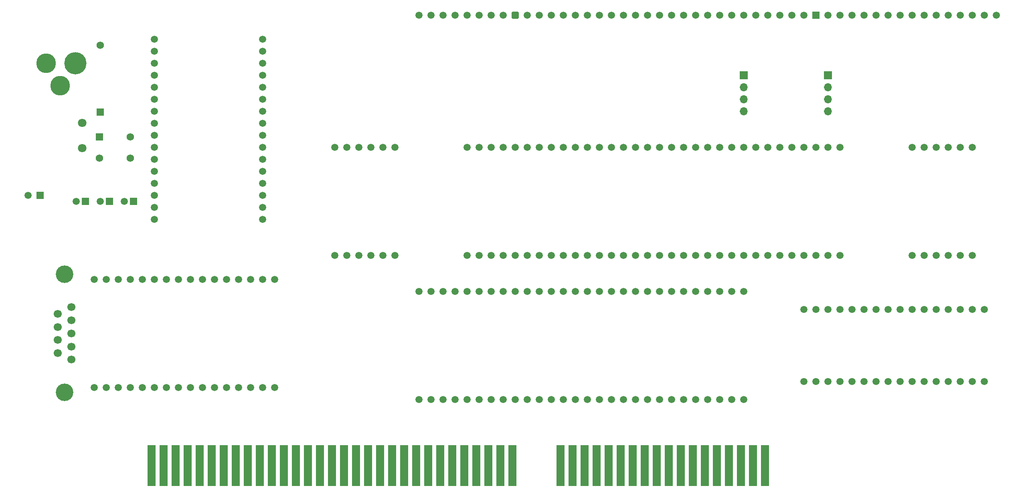
<source format=gbs>
%TF.GenerationSoftware,KiCad,Pcbnew,8.0.7*%
%TF.CreationDate,2025-02-19T10:23:21+02:00*%
%TF.ProjectId,Speed,53706565-642e-46b6-9963-61645f706362,V0*%
%TF.SameCoordinates,PX3c90e1ePY37b6b20*%
%TF.FileFunction,Soldermask,Bot*%
%TF.FilePolarity,Negative*%
%FSLAX46Y46*%
G04 Gerber Fmt 4.6, Leading zero omitted, Abs format (unit mm)*
G04 Created by KiCad (PCBNEW 8.0.7) date 2025-02-19 10:23:21*
%MOMM*%
%LPD*%
G01*
G04 APERTURE LIST*
G04 Aperture macros list*
%AMRoundRect*
0 Rectangle with rounded corners*
0 $1 Rounding radius*
0 $2 $3 $4 $5 $6 $7 $8 $9 X,Y pos of 4 corners*
0 Add a 4 corners polygon primitive as box body*
4,1,4,$2,$3,$4,$5,$6,$7,$8,$9,$2,$3,0*
0 Add four circle primitives for the rounded corners*
1,1,$1+$1,$2,$3*
1,1,$1+$1,$4,$5*
1,1,$1+$1,$6,$7*
1,1,$1+$1,$8,$9*
0 Add four rect primitives between the rounded corners*
20,1,$1+$1,$2,$3,$4,$5,0*
20,1,$1+$1,$4,$5,$6,$7,0*
20,1,$1+$1,$6,$7,$8,$9,0*
20,1,$1+$1,$8,$9,$2,$3,0*%
G04 Aperture macros list end*
%ADD10C,1.500000*%
%ADD11RoundRect,0.400000X-0.400000X-0.400000X0.400000X-0.400000X0.400000X0.400000X-0.400000X0.400000X0*%
%ADD12R,1.600000X1.600000*%
%ADD13C,3.700000*%
%ADD14C,1.700000*%
%ADD15C,4.700000*%
%ADD16C,4.150000*%
%ADD17R,1.700000X1.700000*%
%ADD18O,1.700000X1.700000*%
%ADD19C,1.800000*%
%ADD20R,1.500000X1.500000*%
%ADD21R,1.780000X8.620000*%
%ADD22R,1.575000X1.575000*%
%ADD23C,1.575000*%
G04 APERTURE END LIST*
D10*
%TO.C,B3*%
X172720002Y-22860000D03*
X170180002Y-22860000D03*
X167640002Y-22860000D03*
X165100002Y-22860000D03*
X162560002Y-22860000D03*
X160020002Y-22860000D03*
X160020002Y-45720000D03*
X162560002Y-45720000D03*
X165100002Y-45720000D03*
X167640002Y-45720000D03*
X170180002Y-45720000D03*
X172720002Y-45720000D03*
%TD*%
%TO.C,B19*%
X50800002Y-22860000D03*
X48260002Y-22860000D03*
X45720002Y-22860000D03*
X43180002Y-22860000D03*
X40640002Y-22860000D03*
X38100002Y-22860000D03*
X38100002Y-45720000D03*
X40640002Y-45720000D03*
X43180002Y-45720000D03*
X45720002Y-45720000D03*
X48260002Y-45720000D03*
X50800002Y-45720000D03*
%TD*%
%TO.C,B1*%
X144780002Y-22860000D03*
X142240002Y-22860000D03*
X139700002Y-22860000D03*
X137160002Y-22860000D03*
X134620002Y-22860000D03*
X132080002Y-22860000D03*
X129540002Y-22860000D03*
X127000002Y-22860000D03*
X124460002Y-22860000D03*
X121920002Y-22860000D03*
X119380002Y-22860000D03*
X116840002Y-22860000D03*
X114300002Y-22860000D03*
X111760002Y-22860000D03*
X109220002Y-22860000D03*
X106680002Y-22860000D03*
X104140002Y-22860000D03*
X101600002Y-22860000D03*
X99060002Y-22860000D03*
X96520002Y-22860000D03*
X93980002Y-22860000D03*
X91440002Y-22860000D03*
X88900002Y-22860000D03*
X86360002Y-22860000D03*
X83820002Y-22860000D03*
X81280002Y-22860000D03*
X78740002Y-22860000D03*
X76200002Y-22860000D03*
X73660002Y-22860000D03*
X71120002Y-22860000D03*
X68580002Y-22860000D03*
X66040002Y-22860000D03*
X66040002Y-45720000D03*
X68580002Y-45720000D03*
X71120002Y-45720000D03*
X73660002Y-45720000D03*
X76200002Y-45720000D03*
X78740002Y-45720000D03*
X81280002Y-45720000D03*
X83820002Y-45720000D03*
X86360002Y-45720000D03*
X88900002Y-45720000D03*
X91440002Y-45720000D03*
X93980002Y-45720000D03*
X96520002Y-45720000D03*
X99060002Y-45720000D03*
X101600002Y-45720000D03*
X104140002Y-45720000D03*
X106680002Y-45720000D03*
X109220002Y-45720000D03*
X111760002Y-45720000D03*
X114300002Y-45720000D03*
X116840002Y-45720000D03*
X119380002Y-45720000D03*
X121920002Y-45720000D03*
X124460002Y-45720000D03*
X127000002Y-45720000D03*
X129540002Y-45720000D03*
X132080002Y-45720000D03*
X134620002Y-45720000D03*
X137160002Y-45720000D03*
X139700002Y-45720000D03*
X142240002Y-45720000D03*
X144780002Y-45720000D03*
%TD*%
%TO.C,B13*%
X55880002Y5080000D03*
X58420002Y5080000D03*
X60960002Y5080000D03*
X63500002Y5080000D03*
X66040002Y5080000D03*
X68580002Y5080000D03*
X71120002Y5080000D03*
X73660002Y5080000D03*
D11*
X76200002Y5080000D03*
D10*
X78740002Y5080000D03*
X81280002Y5080000D03*
X83820002Y5080000D03*
X86360002Y5080000D03*
X88900002Y5080000D03*
X91440002Y5080000D03*
X93980002Y5080000D03*
X96520002Y5080000D03*
X99060002Y5080000D03*
X101600002Y5080000D03*
X104140002Y5080000D03*
X106680002Y5080000D03*
X109220002Y5080000D03*
X111760002Y5080000D03*
X114300002Y5080000D03*
X116840002Y5080000D03*
X119380002Y5080000D03*
X121920002Y5080000D03*
X124460002Y5080000D03*
X127000002Y5080000D03*
X129540002Y5080000D03*
X132080002Y5080000D03*
X134620002Y5080000D03*
X137160002Y5080000D03*
D12*
X139700002Y5080000D03*
D10*
X142240002Y5080000D03*
X144780002Y5080000D03*
X147320002Y5080000D03*
X149860002Y5080000D03*
X152400002Y5080000D03*
X154940002Y5080000D03*
X157480002Y5080000D03*
X160020002Y5080000D03*
X162560002Y5080000D03*
X165100002Y5080000D03*
X167640002Y5080000D03*
X170180002Y5080000D03*
X172720002Y5080000D03*
X175260002Y5080000D03*
X177800002Y5080000D03*
%TD*%
D13*
%TO.C,B2*%
X-18922998Y-74676000D03*
D14*
X-17502998Y-67726000D03*
X-20342998Y-66340000D03*
X-17502998Y-64954000D03*
X-20342998Y-63567000D03*
X-17502998Y-62181000D03*
X-20342998Y-60795000D03*
X-17502998Y-59409000D03*
X-20342998Y-58022000D03*
X-17502998Y-56636000D03*
D13*
X-18922998Y-49686000D03*
D10*
X-12699998Y-73660000D03*
X-10159998Y-73660000D03*
X-7619998Y-73660000D03*
X-5079998Y-73660000D03*
X-2539998Y-73660000D03*
X2Y-73660000D03*
X2540002Y-73660000D03*
X5080002Y-73660000D03*
X7620002Y-73660000D03*
X10160002Y-73660000D03*
X12700002Y-73660000D03*
X15240002Y-73660000D03*
X17780002Y-73660000D03*
X20320002Y-73660000D03*
X22860002Y-73660000D03*
X25400002Y-73660000D03*
X25400002Y-50800000D03*
X22860002Y-50800000D03*
X20320002Y-50800000D03*
X17780002Y-50800000D03*
X15240002Y-50800000D03*
X12700002Y-50800000D03*
X10160002Y-50800000D03*
X7620002Y-50800000D03*
X5080002Y-50800000D03*
X2540002Y-50800000D03*
X2Y-50800000D03*
X-2539998Y-50800000D03*
X-5079998Y-50800000D03*
X-7619998Y-50800000D03*
X-10159998Y-50800000D03*
X-12699998Y-50800000D03*
%TD*%
%TO.C,B6*%
X175260002Y-57150000D03*
X172720002Y-57150000D03*
X170180002Y-57150000D03*
X167640002Y-57150000D03*
X165100002Y-57150000D03*
X162560002Y-57150000D03*
X160020002Y-57150000D03*
X157480002Y-57150000D03*
X154940002Y-57150000D03*
X152400002Y-57150000D03*
X149860002Y-57150000D03*
X147320002Y-57150000D03*
X144780002Y-57150000D03*
X142240002Y-57150000D03*
X139700002Y-57150000D03*
X137160002Y-57150000D03*
X137160002Y-72390000D03*
X139700002Y-72390000D03*
X142240002Y-72390000D03*
X144780002Y-72390000D03*
X147320002Y-72390000D03*
X149860002Y-72390000D03*
X152400002Y-72390000D03*
X154940002Y-72390000D03*
X157480002Y-72390000D03*
X160020002Y-72390000D03*
X162560002Y-72390000D03*
X165100002Y-72390000D03*
X167640002Y-72390000D03*
X170180002Y-72390000D03*
X172720002Y-72390000D03*
X175260002Y-72390000D03*
%TD*%
%TO.C,B4*%
X124460002Y-53340000D03*
X121920002Y-53340000D03*
X119380002Y-53340000D03*
X116840002Y-53340000D03*
X114300002Y-53340000D03*
X111760002Y-53340000D03*
X109220002Y-53340000D03*
X106680002Y-53340000D03*
X104140002Y-53340000D03*
X101600002Y-53340000D03*
X99060002Y-53340000D03*
X96520002Y-53340000D03*
X93980002Y-53340000D03*
X91440002Y-53340000D03*
X88900002Y-53340000D03*
X86360002Y-53340000D03*
X83820002Y-53340000D03*
X81280002Y-53340000D03*
X78740002Y-53340000D03*
X76200002Y-53340000D03*
X73660002Y-53340000D03*
X71120002Y-53340000D03*
X68580002Y-53340000D03*
X66040002Y-53340000D03*
X63500002Y-53340000D03*
X60960002Y-53340000D03*
X58420002Y-53340000D03*
X55880002Y-53340000D03*
X55880002Y-76200000D03*
X58420002Y-76200000D03*
X60960002Y-76200000D03*
X63500002Y-76200000D03*
X66040002Y-76200000D03*
X68580002Y-76200000D03*
X71120002Y-76200000D03*
X73660002Y-76200000D03*
X76200002Y-76200000D03*
X78740002Y-76200000D03*
X81280002Y-76200000D03*
X83820002Y-76200000D03*
X86360002Y-76200000D03*
X88900002Y-76200000D03*
X91440002Y-76200000D03*
X93980002Y-76200000D03*
X96520002Y-76200000D03*
X99060002Y-76200000D03*
X101600002Y-76200000D03*
X104140002Y-76200000D03*
X106680002Y-76200000D03*
X109220002Y-76200000D03*
X111760002Y-76200000D03*
X114300002Y-76200000D03*
X116840002Y-76200000D03*
X119380002Y-76200000D03*
X121920002Y-76200000D03*
X124460002Y-76200000D03*
%TD*%
%TO.C,B5*%
X2Y0D03*
X2Y-2540000D03*
X2Y-5080000D03*
X2Y-7620000D03*
X2Y-10160000D03*
X2Y-12700000D03*
X2Y-15240000D03*
X2Y-17780000D03*
X2Y-20320000D03*
X2Y-22860000D03*
X2Y-25400000D03*
X2Y-27940000D03*
X2Y-30480000D03*
X2Y-33020000D03*
X2Y-35560000D03*
X2Y-38100000D03*
X22860002Y-38100000D03*
X22860002Y-35560000D03*
X22860002Y-33020000D03*
X22860002Y-30480000D03*
X22860002Y-27940000D03*
X22860002Y-25400000D03*
X22860002Y-22860000D03*
X22860002Y-20320000D03*
X22860002Y-17780000D03*
X22860002Y-15240000D03*
X22860002Y-12700000D03*
X22860002Y-10160000D03*
X22860002Y-7620000D03*
X22860002Y-5080000D03*
X22860002Y-2540000D03*
X22860002Y0D03*
%TD*%
D15*
%TO.C,J1*%
X-16659998Y-5080000D03*
D16*
X-19859998Y-9780000D03*
X-22859998Y-5080000D03*
%TD*%
D17*
%TO.C,J4*%
X142240000Y-7620000D03*
D18*
X142240000Y-10160000D03*
X142240000Y-12700000D03*
X142240000Y-15240000D03*
%TD*%
D17*
%TO.C,J2*%
X124460000Y-7620000D03*
D18*
X124460000Y-10160000D03*
X124460000Y-12700000D03*
X124460000Y-15240000D03*
%TD*%
D19*
%TO.C,S2*%
X-15239998Y-22970000D03*
X-15239998Y-17670000D03*
%TD*%
D20*
%TO.C,C4*%
X-4349998Y-34290000D03*
D10*
X-6349998Y-34290000D03*
%TD*%
D21*
%TO.C,J3*%
X-558800Y-90169999D03*
X1981200Y-90169999D03*
X4521200Y-90169999D03*
X7061200Y-90169999D03*
X9601200Y-90169999D03*
X12141200Y-90169999D03*
X14681200Y-90169999D03*
X17221200Y-90169999D03*
X19761200Y-90169999D03*
X22301200Y-90169999D03*
X24841200Y-90169999D03*
X27381200Y-90169999D03*
X29921200Y-90169999D03*
X32461200Y-90169999D03*
X35001200Y-90169999D03*
X37541200Y-90169999D03*
X40081200Y-90169999D03*
X42621200Y-90169999D03*
X45161200Y-90169999D03*
X47701200Y-90169999D03*
X50241200Y-90169999D03*
X52781200Y-90169999D03*
X55321200Y-90169999D03*
X57861200Y-90169999D03*
X60401200Y-90169999D03*
X62941200Y-90169999D03*
X65481200Y-90169999D03*
X68021200Y-90169999D03*
X70561200Y-90169999D03*
X73101200Y-90169999D03*
X75641200Y-90169999D03*
X85801200Y-90169999D03*
X88341200Y-90169999D03*
X90881200Y-90169999D03*
X93421200Y-90169999D03*
X95961200Y-90169999D03*
X98501200Y-90169999D03*
X101041200Y-90169999D03*
X103581200Y-90169999D03*
X106121200Y-90169999D03*
X108661200Y-90169999D03*
X111201200Y-90169999D03*
X113741200Y-90169999D03*
X116281200Y-90169999D03*
X118821200Y-90169999D03*
X121361200Y-90169999D03*
X123901200Y-90169999D03*
X126441200Y-90169999D03*
X128981200Y-90169999D03*
%TD*%
D20*
%TO.C,C5*%
X-14509998Y-34290000D03*
D10*
X-16509998Y-34290000D03*
%TD*%
D20*
%TO.C,C3*%
X-9429998Y-34290000D03*
D10*
X-11429998Y-34290000D03*
%TD*%
D22*
%TO.C,S1*%
X-11579998Y-20610000D03*
D23*
X-5079998Y-20610000D03*
X-11579998Y-25110000D03*
X-5079998Y-25110000D03*
%TD*%
D22*
%TO.C,D1*%
X-11429998Y-15370000D03*
D23*
X-11429998Y-1270000D03*
%TD*%
D20*
%TO.C,LED2*%
X-24129998Y-33020000D03*
D10*
X-26669998Y-33020000D03*
%TD*%
M02*

</source>
